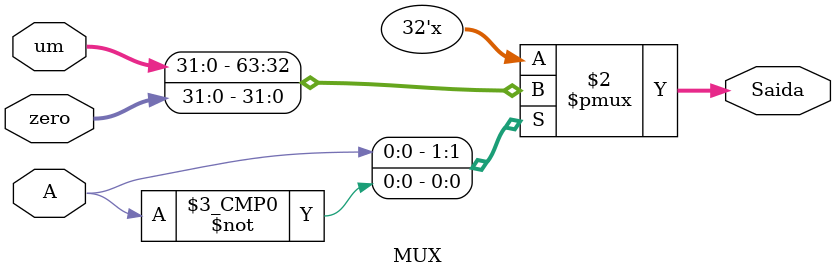
<source format=v>
module MUX(
    input wire A,    
    input wire [31:0] um,   
    input wire [31:0] zero, 
    output reg [31:0] Saida
);

    // Define o comportamento da ALU
    always @(*) begin
        case (A)
            1'b1: Saida = um;
            1'b0: Saida = zero;
            default: Saida = 32'b0;
        endcase
    end



endmodule

</source>
